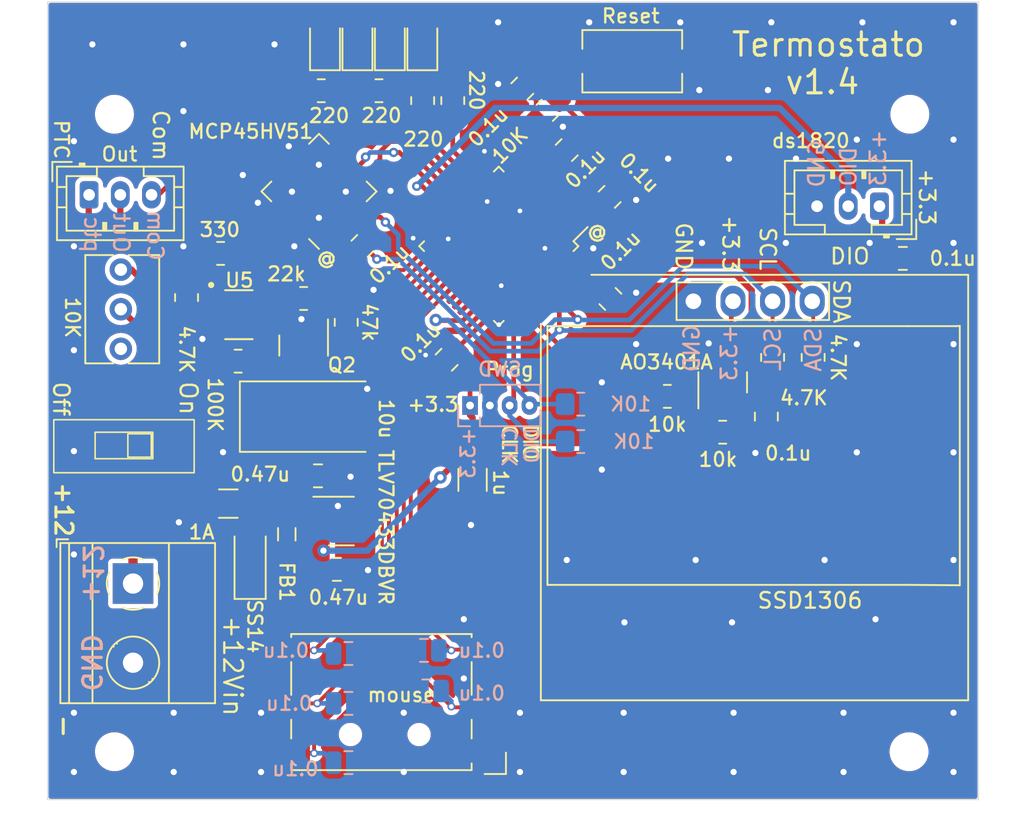
<source format=kicad_pcb>
(kicad_pcb (version 20221018) (generator pcbnew)
  (layers (0 "F.Cu" signal) (31 "B.Cu" signal) (34 "B.Paste" user) (35 "F.Paste" user) (36 "B.SilkS" user "B.Silkscreen") (37 "F.SilkS" user "F.Silkscreen") (38 "B.Mask" user) (39 "F.Mask" user) (44 "Edge.Cuts" user))
  (net 0 "")
  (net 1 "GND")
  (net 2 "Net-(J1-Pin_1)")
  (net 3 "Net-(J2-Pin_3)")
  (net 4 "ds1820")
  (net 5 "+3.3Vsh")
  (net 6 "DspShdn")
  (net 8 "+12Bat")
  (net 9 "Net-(D6-K)")
  (net 10 "Net-(D6-A)")
  (net 13 "+3.3V")
  (net 16 "Net-(D1-K)")
  (net 17 "Net-(J4-Pin_3)")
  (net 18 "Net-(D2-K)")
  (net 19 "Net-(D3-K)")
  (net 20 "Net-(D4-K)")
  (net 21 "Net-(Q2-G)")
  (net 22 "Net-(Q1-G)")
  (net 23 "Net-(U5-NO)")
  (net 24 "Net-(R3-Pad2)")
  (net 25 "Wlat")
  (net 26 "Shdn")
  (net 28 "sw2")
  (net 29 "sw3")
  (net 30 "I2c_clk")
  (net 31 "sw4")
  (net 32 "I2c_sda")
  (net 33 "sw5")
  (net 40 "Net-(J4-Pin_4)")
  (net 47 "sw6")
  (net 50 "Net-(U3-NRST)")
  (net 52 "Net-(U2-P0W)")
  (net 55 "Net-(F2-Pad2)")
  (net 56 "ptc_1")
  (net 57 "ptc_2")
  (net 58 "ptc_3")
  (net 60 "LowRange")
  (net 61 "Net-(Q2-D)")
  (net 62 "Net-(U3-PA4)")
  (net 63 "Net-(U3-PA5)")
  (net 64 "Net-(U3-PA6)")
  (net 65 "Net-(U3-PA7)")
  (footprint "Capacitor_SMD:C_0805_2012Metric_Pad1.18x1.45mm_HandSolder" (layer "F.Cu") (at 78.4016 80.2632)
    (fp_text reference "C4" hide)
    (fp_text value "0.47u")
  )
  (footprint "Capacitor_SMD:C_0805_2012Metric_Pad1.18x1.45mm_HandSolder" (layer "F.Cu") (at 79.6141 86.2632)
    (fp_text reference "C5" hide)
    (fp_text value "0.47u")
  )
  (footprint "MountingHole:MountingHole_2mm" (layer "F.Cu") (at 116.3016 97.9632)
    (fp_text reference "REF**" hide)
    (fp_text value "MountingHole_2mm")
  )
  (footprint "my:switch_dpdt" (layer "F.Cu") (at 65.9616 75.3932 -90)
    (fp_text reference "SW2")
    (fp_text value "on/off" hide)
  )
  (footprint "Resistor_SMD:R_0805_2012Metric_Pad1.20x1.40mm_HandSolder" (layer "F.Cu") (at 69.9748 68.8232 90)
    (fp_text reference "R3")
    (fp_text value "4.7K")
  )
  (footprint "Resistor_SMD:R_0805_2012Metric_Pad1.20x1.40mm_HandSolder" (layer "F.Cu") (at 107.5516 72.6632 -90)
    (fp_text reference "R5")
    (fp_text value "4.7K")
  )
  (footprint "Diode_SMD:D_SOD-123" (layer "F.Cu") (at 74.0516 85.8007 90)
    (fp_text reference "D6")
    (fp_text value "SS14")
  )
  (footprint "Resistor_SMD:R_0805_2012Metric_Pad1.20x1.40mm_HandSolder" (layer "F.Cu") (at 72.1592 65.9924)
    (fp_text reference "R7")
    (fp_text value "330")
  )
  (footprint "Package_TO_SOT_SMD:SOT-23" (layer "F.Cu") (at 77.4816 71.9032 -90)
    (fp_text reference "Q2")
    (fp_text value "AO3400A")
  )
  (footprint "Capacitor_SMD:C_0805_2012Metric" (layer "F.Cu") (at 115.9016 66.3132)
    (fp_text reference "C3")
    (fp_text value "0.1u")
  )
  (footprint "Diode_SMD:D_0805_2012Metric" (layer "F.Cu") (at 78.8516 52.5532 90)
    (fp_text reference "D4")
    (fp_text value "b")
  )
  (footprint "Resistor_SMD:R_0805_2012Metric_Pad1.20x1.40mm_HandSolder" (layer "F.Cu") (at 73.2816 72.9032)
    (fp_text reference "R8")
    (fp_text value "100K")
  )
  (footprint "SSD1306:128x64OLED" (layer "F.Cu") (at 106.0916 79.6632)
    (fp_text reference "Brd1")
    (fp_text value "SSD1306")
  )
  (footprint "Package_TO_SOT_SMD:SOT-23" (layer "F.Cu") (at 104.3516 74.2632 90)
    (fp_text reference "Q1")
    (fp_text value "AO3401A")
  )
  (footprint "Resistor_SMD:R_0805_2012Metric_Pad1.20x1.40mm_HandSolder" (layer "F.Cu") (at 85.1132 56.188 -90)
    (fp_text reference "R12")
    (fp_text value "220")
  )
  (footprint "Capacitor_SMD:C_0805_2012Metric" (layer "F.Cu") (at 97.1016 62.3632 45)
    (fp_text reference "C16" hide)
    (fp_text value "0.1u")
  )
  (footprint "Resistor_SMD:R_0805_2012Metric_Pad1.20x1.40mm_HandSolder" (layer "F.Cu") (at 87.0436 56.188 -90)
    (fp_text reference "R11")
    (fp_text value "220")
  )
  (footprint "my:tactile_5" (layer "F.Cu") (at 88.5841 97.9132 180)
    (fp_text reference "SW3")
    (fp_text value "mouse")
  )
  (footprint "MountingHole:MountingHole_2mm" (layer "F.Cu") (at 116.3516 57.0632)
    (fp_text reference "REF**" hide)
    (fp_text value "MountingHole_2mm")
  )
  (footprint "Connector_JST:JST_PH_B3B-PH-K_1x03_P2.00mm_Vertical" (layer "F.Cu") (at 63.7264 62.2332)
    (fp_text reference "J2")
    (fp_text value "PTC")
  )
  (footprint "Connector_JST:JST_PH_B3B-PH-K_1x03_P2.00mm_Vertical" (layer "F.Cu") (at 114.4016 62.9632 180)
    (fp_text reference "J3")
    (fp_text value "ds1820")
  )
  (footprint "Capacitor_SMD:C_0805_2012Metric" (layer "F.Cu") (at 107.1516 76.4632 -90)
    (fp_text reference "C6")
    (fp_text value "0.1u")
  )
  (footprint "Package_DFN_QFN:QFN-20-1EP_5x5mm_P0.65mm_EP3.35x3.35mm" (layer "F.Cu") (at 78.464773 62.01485 135)
    (fp_text reference "U2")
    (fp_text value "MCP45HV51")
  )
  (footprint "Resistor_SMD:R_0805_2012Metric_Pad1.20x1.40mm_HandSolder" (layer "F.Cu") (at 78.6108 55.5532)
    (fp_text reference "R14")
    (fp_text value "220")
  )
  (footprint "Resistor_SMD:R_0805_2012Metric_Pad1.20x1.40mm_HandSolder" (layer "F.Cu") (at 93.1016 56.8132 -135)
    (fp_text reference "R41" hide)
    (fp_text value "10K")
  )
  (footprint "Package_QFP:LQFP-48_7x7mm_P0.5mm" (layer "F.Cu") (at 89.993936 65.5282 -135)
    (fp_text reference "U3" hide)
    (fp_text value "STM32F103C6Tx")
  )
  (footprint "Potentiometer_THT:Potentiometer_Bourns_3266Y_Vertical" (layer "F.Cu") (at 65.7616 67.0332 90)
    (fp_text reference "R6")
    (fp_text value "10K")
  )
  (footprint "Capacitor_SMD:C_0805_2012Metric" (layer "F.Cu") (at 81.2516 65.5132 -135)
    (fp_text reference "C19" hide)
    (fp_text value "0.1u")
  )
  (footprint "my:SOT-23-5" (layer "F.Cu") (at 79.9016 83.1632)
    (fp_text reference "U1")
    (fp_text value "TLV70433DBVR")
  )
  (footprint "Resistor_SMD:R_0805_2012Metric" (layer "F.Cu") (at 100.8016 75.1632 180)
    (fp_text reference "R2")
    (fp_text value "10k")
  )
  (footprint "Resistor_SMD:R_0805_2012Metric_Pad1.20x1.40mm_HandSolder" (layer "F.Cu") (at 82.3116 55.5532)
    (fp_text reference "R13")
    (fp_text value "220")
  )
  (footprint "Capacitor_SMD:C_0805_2012Metric" (layer "F.Cu") (at 97.1516 68.9132 -45)
    (fp_text reference "C11" hide)
    (fp_text value "0.1u")
  )
  (footprint "TerminalBlock_Phoenix:TerminalBlock_Phoenix_MKDS-1,5-2-5.08_1x02_P5.08mm_Horizontal" (layer "F.Cu") (at 66.5416 87.1732 -90)
    (fp_text reference "J1")
    (fp_text value "+12Vin")
  )
  (footprint "Diode_SMD:D_0805_2012Metric" (layer "F.Cu") (at 85.0916 52.5532 90)
    (fp_text reference "D1")
    (fp_text value "r")
  )
  (footprint "Resistor_SMD:R_0805_2012Metric" (layer "F.Cu") (at 77.4816 68.8832)
    (fp_text reference "R9")
    (fp_text value "22k")
  )
  (footprint "Button_Switch_SMD:SW_Tactile_SPST_NO_Straight_CK_PTS636Sx25SMTRLFS" (layer "F.Cu") (at 98.5516 53.6632 180)
    (fp_text reference "SW1" hide)
    (fp_text value "Reset")
  )
  (footprint "Diode_SMD:D_0805_2012Metric" (layer "F.Cu") (at 83.0116 52.5532 90)
    (fp_text reference "D2")
    (fp_text value "y")
  )
  (footprint "Capacitor_SMD:C_0805_2012Metric" (layer "F.Cu") (at 91.5016 55.4132 45)
    (fp_text reference "C20" hide)
    (fp_text value "0.1u")
  )
  (footprint "Inductor_SMD:L_0805_2012Metric" (layer "F.Cu") (at 76.4016 84.0132 -90)
    (fp_text reference "FB1")
    (fp_text value "fin" hide)
  )
  (footprint "Fuse:Fuse_1206_3216Metric" (layer "F.Cu") (at 72.6516 82.0452 180)
    (fp_text reference "F2")
    (fp_text value "1A")
  )
  (footprint "Capacitor_SMD:C_0805_2012Metric" (layer "F.Cu") (at 86.6516 72.8132 -135)
    (fp_text reference "C17" hide)
    (fp_text value "0.1u")
  )
  (footprint "Resistor_SMD:R_0805_2012Metric" (layer "F.Cu") (at 80.2116 70.4132 -90)
    (fp_text reference "R10")
    (fp_text value "47k")
  )
  (footprint "Diode_SMD:D_0805_2012Metric" (layer "F.Cu") (at 80.9316 52.5532 90)
    (fp_text reference "D3")
    (fp_text value "g")
  )
  (footprint "MountingHole:MountingHole_2mm" (layer "F.Cu") (at 65.3516 57.0632)
    (fp_text reference "REF**" hide)
    (fp_text value "MountingHole_2mm")
  )
  (footprint "Capacitor_Tantalum_SMD:CP_EIA-7343-15_Kemet-W" (layer "F.Cu") (at 77.8016 76.4632)
    (fp_text reference "C1" hide)
    (fp_text value "10u")
  )
  (footprint "Capacitor_SMD:C_0805_2012Metric" (layer "F.Cu") (at 94.3516 59.3632 45)
    (fp_text reference "C15" hide)
    (fp_text value "0.1u")
  )
  (footprint "Resistor_SMD:R_0805_2012Metric_Pad1.20x1.40mm_HandSolder" (layer "F.Cu") (at 110.1516 72.6632 -90)
    (fp_text reference "R4")
    (fp_text value "4.7K")
  )
  (footprint "Resistor_SMD:R_0805_2012Metric" (layer "F.Cu") (at 104.3516 77.4632)
    (fp_text reference "R1")
    (fp_text value "10k")
  )
  (footprint "my:SOT95P280X145-5N" (layer "F.Cu") (at 73.3276 69.9232)
    (fp_text reference "U5")
    (fp_text value "MAX4514EUK_T")
  )
  (footprint "Capacitor_SMD:C_1206_3216Metric_Pad1.33x1.80mm_HandSolder" (layer "F.Cu") (at 88.3136 80.5212 -90)
    (fp_text reference "C2" hide)
    (fp_text value "1u")
  )
  (footprint "MountingHole:MountingHole_2mm" (layer "F.Cu") (at 65.3516 97.9632)
    (fp_text reference "REF**" hide)
    (fp_text value "MountingHole_2mm")
  )
  (footprint "Resistor_SMD:R_0805_2012Metric_Pad1.20x1.40mm_HandSolder" (layer "B.Cu") (at 95.2516 75.6632 180)
    (fp_text reference "R39" hide)
    (fp_text value "10K")
  )
  (footprint "Connector_PinSocket_1.27mm:PinSocket_1x04_P1.27mm_Vertical" (layer "B.Cu") (at 88.1516 75.749951 -90)
    (fp_text reference "J4" hide)
    (fp_text value "Jtag")
  )
  (footprint "Capacitor_SMD:C_0805_2012Metric" (layer "B.Cu") (at 85.2016 91.4632 180)
    (fp_text reference "C12")
    (fp_text value "0.1u")
  )
  (footprint "Capacitor_SMD:C_0805_2012Metric" (layer "B.Cu") (at 85.3516 94.0632 180)
    (fp_text reference "C10")
    (fp_text value "0.1u")
  )
  (footprint "Capacitor_SMD:C_0805_2012Metric" (layer "B.Cu") (at 80.3516 98.6632)
    (fp_text reference "C9")
    (fp_text value "0.1u")
  )
  (footprint "Resistor_SMD:R_0805_2012Metric_Pad1.20x1.40mm_HandSolder" (layer "B.Cu") (at 95.2516 78.0632 180)
    (fp_text reference "R40" hide)
    (fp_text value "10K")
  )
  (footprint "Capacitor_SMD:C_0805_2012Metric" (layer "B.Cu") (at 80.3516 94.8632)
    (fp_text reference "C8")
    (fp_text value "0.1u")
  )
  (footprint "Capacitor_SMD:C_0805_2012Metric" (layer "B.Cu") (at 80.3516 91.6632)
    (fp_text reference "C7")
    (fp_text value "0.1u")
  )
  (gr_line (start 120.7516 101.0412) (end 61.0616 101.0412) (stroke (width 0.05)) (layer "Edge.Cuts"))
  (gr_line (start 61.0616 49.8602) (end 120.7516 49.8602) (stroke (width 0.05)) (layer "Edge.Cuts"))
  (gr_line (start 120.7516 49.8602) (end 120.7516 101.0412) (stroke (width 0.05)) (layer "Edge.Cuts"))
  (gr_line (start 61.0616 101.0412) (end 61.0616 49.8602) (stroke (width 0.05)) (layer "Edge.Cuts"))
  (gr_text "GND" (at 110.9516 58.6132 90) (layer "B.SilkS") (effects (font (size 1 1)) (justify left bottom mirror)))
  (gr_text "DIO" (at 113.0016 59.0632 90) (layer "B.SilkS") (effects (font (size 1 1)) (justify left bottom mirror)))
  (gr_text "SCL" (at 108.1516 70.6632 90) (layer "B.SilkS") (effects (font (size 1 1)) (justify left bottom mirror)))
  (gr_text "DIO" (at 92.6566 77.079951 90) (layer "B.SilkS") (effects (font (size 0.9 0.9) (thickness 0.15) bold) (justify left bottom mirror)))
  (gr_text "+12" (at 63.2516 88.5632 -90) (layer "B.SilkS") (effects (font (size 1.2 1.2) (thickness 0.2) bold) (justify left bottom mirror)))
  (gr_text "GND" (at 63.1516 94.2132 270) (layer "B.SilkS") (effects (font (size 1.2 1.2) (thickness 0.2) bold) (justify left bottom mirror)))
  (gr_text "Com" (at 67.384 66.5512 -90) (layer "B.SilkS") (effects (font (size 1 1)) (justify left bottom mirror)))
  (gr_text "SDA" (at 110.7516 70.6632 90) (layer "B.SilkS") (effects (font (size 1 1)) (justify left bottom mirror)))
  (gr_text "SWD" (at 91.5516 73.949951) (layer "B.SilkS") (effects (font (size 0.9 0.9) (thickness 0.15) bold) (justify left bottom mirror)))
  (gr_text "ptc" (at 63.9296 64.7732 -90) (layer "B.SilkS") (effects (font (size 1 1)) (justify mirror)))
  (gr_text "+3.3" (at 114.9016 57.9632 90) (layer "B.SilkS") (effects (font (size 1 1)) (justify left bottom mirror)))
  (gr_text "Out" (at 65.1996 66.0432 -90) (layer "B.SilkS") (effects (font (size 1 1)) (justify left bottom mirror)))
  (gr_text "+3.3" (at 105.3516 70.4632 90) (layer "B.SilkS") (effects (font (size 1 1)) (justify left bottom mirror)))
  (gr_text "CLK" (at 91.2516 77.0632 90) (layer "B.SilkS") (effects (font (size 0.9 0.9) (thickness 0.15) bold) (justify left bottom mirror)))
  (gr_text "GND" (at 102.9516 70.4632 90) (layer "B.SilkS") (effects (font (size 1 1)) (justify left bottom mirror)))
  (gr_text "+3.3" (at 88.5516 77.079951 90) (layer "B.SilkS") (effects (font (size 0.9 0.9) (thickness 0.15) bold) (justify left bottom mirror)))
  (gr_text "-" (at 61.4516 95.4632 270) (layer "F.SilkS") (effects (font (size 1.2 1.2) (thickness 0.2) bold) (justify left bottom)))
  (gr_text "@" (at 95.5516 65.1632) (layer "F.SilkS") (effects (font (size 1 1)) (justify left bottom)))
  (gr_text "+3.3" (at 104.2648 63.4524 -90) (layer "F.SilkS") (effects (font (size 1 1)) (justify left bottom)))
  (gr_text "Out" (at 64.4376 60.1504) (layer "F.SilkS") (effects (font (size 0.9 0.9)) (justify left bottom)))
  (gr_text "SCL" (at 106.6524 64.2144 -90) (layer "F.SilkS") (effects (font (size 1 1)) (justify left bottom)))
  (gr_text "Termostato\n   v1.4" (at 104.8236 55.8832) (layer "F.SilkS") (effects (font (size 1.5 1.5) (thickness 0.2)) (justify left bottom)))
  (gr_text "DIO" (at 91.5016 76.8632 -90) (layer "F.SilkS") (effects (font (size 0.9 0.9) (thickness 0.15) bold) (justify left bottom)))
  (gr_text "GND" (at 101.2676 63.9096 -90) (layer "F.SilkS") (effects (font (size 1 1)) (justify left bottom)))
  (gr_text "+3.3" (at 84.0516 76.2132) (layer "F.SilkS") (effects (font (size 0.9 0.9) (thickness 0.15) bold) (justify left bottom)))
  (gr_text "Com" (at 67.7396 56.696 270) (layer "F.SilkS") (effects (font (size 1 1)) (justify left bottom)))
  (gr_text "Off" (at 61.3516 74.1382 270) (layer "F.SilkS") (effects (font (size 1 1)) (justify left bottom)))
  (gr_text "CLK" (at 90.1516 76.8632 -90) (layer "F.SilkS") (effects (font (size 0.9 0.9) (thickness 0.15) bold) (justify left bottom)))
  (gr_text "@" (at 78.2016 66.8632) (layer "F.SilkS") (effects (font (size 1 1)) (justify left bottom)))
  (gr_text "DIO" (at 111.1516 66.7632) (layer "F.SilkS") (effects (font (size 1 1)) (justify left bottom)))
  (gr_text "+12" (at 61.4516 80.5632 270) (layer "F.SilkS") (effects (font (size 1.1 1.1) (thickness 0.2) bold) (justify left bottom)))
  (gr_text "On" (at 69.4516 74.1132 270) (layer "F.SilkS") (effects (font (size 1.1 1.1)) (justify left bottom)))
  (gr_text "Prog" (at 89.0516 73.9632) (layer "F.SilkS") (effects (font (size 0.9 0.9) (thickness 0.15) bold) (justify left bottom)))
  (gr_text "SDA" (at 111.3768 67.5672 -90) (layer "F.SilkS") (effects (font (size 1 1)) (justify left bottom)))
  (gr_text "+3.3" (at 116.8632 60.4552 -90) (layer "F.SilkS") (effects (font (size 1 1)) (justify left bottom)))
  (segment (start 93.467598 67.941202) (end 93.467598 67.929198) (width 0.25) (layer "F.Cu") (net 1))
  (segment (start 92.406938 62.054538) (end 93.147792 61.313684) (width 0.3) (layer "F.Cu") (net 1))
  (segment (start 72.0826 70.8732) (end 72.451992 70.8732) (width 0.25) (layer "F.Cu") (net 1))
  (segment (start 72.451992 70.8732) (end 73.3276 69.997592) (width 0.25) (layer "F.Cu") (net 1))
  (segment (start 91.3516 63.109876) (end 92.406938 62.054538) (width 0.3) (layer "F.Cu") (net 1))
  (segment (start 90.0016 61.9132) (end 90.0016 60.6132) (width 0.25) (layer "F.Cu") (net 1))
  (segment (start 86.7516 65.0632) (end 86.346956 65.0632) (width 0.3) (layer "F.Cu") (net 1))
  (segment (start 93.467598 67.929198) (end 92.5016 66.9632) (width 0.25) (layer "F.Cu") (net 1))
  (segment (start 95.097666 68.359266) (end 96.323351 69.584951) (width 0.25) (layer "F.Cu") (net 1))
  (segment (start 94.101116 61.313684) (end 95.023351 60.391449) (width 0.3) (layer "F.Cu") (net 1))
  (segment (start 87.690916 71.0132) (end 88.641594 70.062522) (width 0.3) (layer "F.Cu") (net 1))
  (segment (start 93.147792 61.313684) (end 94.101116 61.313684) (width 0.3) (layer "F.Cu") (net 1))
  (segment (start 80.613123 64.1632) (end 81.245102 64.1632) (width 0.3) (layer "F.Cu") (net 1))
  (segment (start 80.197185 63.747262) (end 80.613123 64.1632) (width 0.3) (layer "F.Cu") (net 1))
  (segment (start 89.2516 62.6632) (end 90.0016 61.9132) (width 0.25) (layer "F.Cu") (net 1))
  (segment (start 94.528258 66.880542) (end 95.097666 67.44995) (width 0.25) (layer "F.Cu") (net 1))
  (segment (start 96.323351 69.584951) (end 97.823351 69.584951) (width 0.25) (layer "F.Cu") (net 1))
  (segment (start 90.1516 68.0632) (end 90.069763 68.145037) (width 0.25) (layer "F.Cu") (net 1))
  (segment (start 86.8016 71.0132) (end 87.690916 71.0132) (width 0.3) (layer "F.Cu") (net 1))
  (segment (start 91.3516 63.2632) (end 91.3516 63.109876) (width 0.3) (layer "F.Cu") (net 1))
  (segment (start 85.3016 72.5132) (end 86.8016 71.0132) (width 0.3) (layer "F.Cu") (net 1))
  (segment (start 95.023351 60.391449) (end 95.023351 58.691449) (width 0.3) (layer "F.Cu") (net 1))
  (segment (start 90.0016 60.6132) (end 89.3016 59.9132) (width 0.25) (layer "F.Cu") (net 1))
  (segment (start 86.346956 65.0632) (end 85.459614 64.175858) (width 0.3) (layer "F.Cu") (net 1))
  (segment (start 93.310916 65.6632) (end 94.528258 66.880542) (width 0.3) (layer "F.Cu") (net 1))
  (segment (start 95.097666 67.44995) (end 95.097666 68.359266) (width 0.25) (layer "F.Cu") (net 1))
  (segment (start 81.245102 64.1632) (end 81.923351 64.841449) (width 0.3) (layer "F.Cu") (net 1))
  (segment (start 73.3276 69.997592) (end 73.3276 68.0752) (width 0.25) (layer "F.Cu") (net 1))
  (segment (start 90.069763 70.495037) (end 90.0016 70.5632) (width 0.25) (layer "F.Cu") (net 1))
  (segment (start 90.069763 68.145037) (end 90.069763 70.495037) (width 0.25) (layer "F.Cu") (net 1))
  (segment (start 92.9516 65.6632) (end 93.310916 65.6632) (width 0.3) (layer "F.Cu") (net 1))
  (via (at 87.7516 89.4632) (size 0.8) (drill 0.4) (layers "F.Cu" "B.Cu") (net 1))
  (via (at 112.9516 78.756055) (size 0.8) (drill 0.4) (layers "F.Cu" "B.Cu") (net 1))
  (via (at 89.9516 55.1212) (size 0.8) (drill 0.4) (layers "F.Cu" "B.Cu") (net 1))
  (via (at 95.7916 51.1632) (size 0.8) (drill 0.4) (layers "F.Cu" "B.Cu") (net 1))
  (via (at 79.6776 82.1976) (size 0.8) (drill 0.4) (layers "F.Cu" "B.Cu") (net 1))
  (via (at 108.4016 65.320342) (size 0.8) (drill 0.4) (layers "F.Cu" "B.Cu") (net 1))
  (via (at 87.7516 93.2632) (size 0.8) (drill 0.4) (layers "F.Cu" "B.Cu") (net 1))
  (via (at 106.4492 78.794) (size 0.8) (drill 0.4) (layers "F.Cu" "B.Cu") (net 1))
  (via (at 96.6016 74.2632) (size 0.8) (drill 0.4) (layers "F.Cu" "B.Cu") (net 1))
  (via (at 112.1016 95.4632) (size 0.8) (drill 0.4) (layers "F.Cu" "B.Cu") (net 1))
  (via (at 62.7516 95.4632) (size 0.8) (drill 0.4) (layers "F.Cu" "B.Cu") (net 1))
  (via (at 74.5468 62.7412) (size 0.8) (drill 0.4) (layers "F.Cu" "B.Cu") (net 1))
  (via (at 69.7716 65.5352) (size 0.8) (drill 0.4) (layers "F.Cu" "B.Cu") (net 1))
  (via (at 110.884932 85.6632) (size 0.8) (drill 0.4) (layers "F.Cu" "B.Cu") (net 1))
  (via (at 90.1516 68.0632) (size 0.6) (drill 0.3) (layers "F.Cu" "B.Cu") (net 1))
  (via (at 69.1516 99.2632) (size 0.8) (drill 0.4) (layers "F.Cu" "B.Cu") (net 1))
  (via (at 69.7716 56.8632) (size 0.8) (drill 0.4) (layers "F.Cu" "B.Cu") (net 1))
  (via (at 113.7766 65.320342) (size 0.8) (drill 0.4) (layers "F.Cu" "B.Cu") (net 1))
  (via (at 103.4516 71.7632) (size 0.8) (drill 0.4) (layers "F.Cu" "B.Cu") (net 1))
  (via (at 91.3516 95.4632) (size 0.8) (drill 0.4) (layers "F.Cu" "B.Cu") (net 1))
  (via (at 81.9636 68.3292) (size 0.8) (drill 0.4) (layers "F.Cu" "B.Cu") (net 1))
  (via (at 84.5036 65.0132) (size 0.6) (drill 0.3) (layers "F.Cu" "B.Cu") (net 1))
  (via (at 98.8016 71.8132) (size 0.8) (drill 0.4) (layers "F.Cu" "B.Cu") (net 1))
  (via (at 119.1516 99.2632) (size 0.8) (drill 0.4) (layers "F.Cu" "B.Cu") (net 1))
  (via (at 112.9516 71.8132) (size 0.8) (drill 0.4) (layers "F.Cu" "B.Cu") (net 1))
  (via (at 81.5572 74.6792) (size 0.8) (drill 0.4) (layers "F.Cu" "B.Cu") (net 1))
  (via (at 119.1516 58.691771) (size 0.8) (drill 0.4) (layers "F.Cu" "B.Cu") (net 1))
  (via (at 69.1516 95.4632) (size 0.8) (drill 0.4) (layers "F.Cu" "B.Cu") (net 1))
  (via (at 70.9908 71.4788) (size 0.8) (drill 0.4) (layers "F.Cu" "B.Cu") (net 1))
  (via (at 85.3016 72.5132) (size 0.6) (drill 0.3) (layers "F.Cu" "B.Cu") (net 1))
  (via (at 78.4584 63.7064) (size 0.8) (drill 0.4) (layers "F.Cu" "B.Cu") (net 1))
  (via (at 81.608 86.3124) (size 0.8) (drill 0.4) (layers "F.Cu" "B.Cu") (net 1))
  (via (at 80.1856 62.03) (size 0.8) (drill 0.4) (layers "F.Cu" "B.Cu") (net 1))
  (via (at 102.8516 55.5132) (size 0.8) (drill 0.4) (layers "F.Cu" "B.Cu") (net 1))
  (via (at 92.9516 65.6632) (size 0.6) (drill 0.3) (layers "F.Cu" "B.Cu") (net 1))
  (via (at 98.0016 99.2632) (size 0.8) (drill 0.4) (layers "F.Cu" "B.Cu") (net 1))
  (via (at 112.9516 58.691771) (size 0.8) (drill 0.4) (layers "F.Cu" "B.Cu") (net 1))
  (via (at 98.0016 95.4632) (size 0.8) (drill 0.4) (layers "F.Cu" "B.Cu") (net 1))
  (via (at 76.8836 65.5352) (size 0.8) (drill 0.4) (layers "F.Cu" "B.Cu") (net 1))
  (via (at 114.1516 89.4632) (size 0.8) (drill 0.4) (layers "F.Cu" "B.Cu") (net 1))
  (via (at 80.4904 80.318) (size 0.8) (drill 0.4) (layers "F.Cu" "B.Cu") (net 1))
  (via (at 113.3116 51.1632) (size 0.8) (drill 0.4) (layers "F.Cu" "B.Cu") (net 1))
  (via (at 104.9516 89.6632) (size 0.8) (drill 0.4) (layers "F.Cu" "B.Cu") (net 1))
  (via (at 101.6316 51.1632) (size 0.8) (drill 0.4) (layers "F.Cu" "B.Cu") (net 1))
  (via (at 69.4816 83.2432) (size 0.8) (drill 0.4) (layers "F.Cu" "B.Cu") (net 1))
  (via (at 105.0516 99.2632) (size 0.8) (drill 0.4) (layers "F.Cu" "B.Cu") (net 1))
  (via (at 104.7516 59.9132) (size 0.8) (drill 0.4) (layers "F.Cu" "B.Cu") (net 1))
  (via (at 119.1516 71.8132) (size 0.8) (drill 0.4) (layers "F.Cu" "B.Cu") (net 1))
  (via (at 119.1516 78.756055) (size 0.8) (drill 0.4) (layers "F.Cu" "B.Cu") (net 1))
  (via (at 96.6016 79.8632) (size 0.8) (drill 0.4) (layers "F.Cu" "B.Cu") (net 1))
  (via (at 88.212 83.4168) (size 0.8) (drill 0.4) (layers "F.Cu" "B.Cu") (net 1))
  (via (at 103.0266 65.320342) (size 0.8) (drill 0.4) (layers "F.Cu" "B.Cu") (net 1))
  (via (at 72.3116 78.7432) (size 0.8) (drill 0.4) (layers "F.Cu" "B.Cu") (net 1))
  (via (at 91.3516 99.2632) (size 0.8) (drill 0.4) (layers "F.Cu" "B.Cu") (net 1))
  (via (at 89.9516 51.1632) (size 0.8) (drill 0.4) (layers "F.Cu" "B.Cu") (net 1))
  (via (at 119.1516 95.4632) (size 0.8) (drill 0.4) (layers "F.Cu" "B.Cu") (net 1))
  (via (at 77.3408 70.2088) (size 0.8) (drill 0.4) (layers "F.Cu" "B.Cu") (net 1))
  (via (at 76.528 59.1132) (size 0.8) (drill 0.4) (layers "F.Cu" "B.Cu") (net 1))
  (via (at 83.0516 61.9792) (size 0.8) (drill 0.4) (layers "F.Cu" "B.Cu") (net 1))
  (via (at 62.7516 78.677484) (size 0.8) (drill 0.4) (layers "F.Cu" "B.Cu") (net 1))
  (via (at 98.8016 68.5132) (size 0.8) (drill 0.4) (layers "F.Cu" "B.Cu") (net 1))
  (via (at 62.7516 85.306055) (size 0.8) (drill 0.4) (layers "F.Cu" "B.Cu") (net 1))
  (via (at 98.0516 89.6632) (size 0.8) (drill 0.4) (layers "F.Cu" "B.Cu") (net 1))
  (via (at 107.2516 55.5132) (size 0.8) (drill 0.4) (layers "F.Cu" "B.Cu") (net 1))
  (via (at 105.0516 95.4632) (size 0.8) (drill 0.4) (layers "F.Cu" "B.Cu") (net 1))
  (via (at 83.9016 99.2632) (size 0.8) (drill 0.4) (layers "F.Cu" "B.Cu") (net 1))
  (via (at 89.2516 62.6632) (size 0.6) (drill 0.3) (layers "F.Cu" "B.Cu") (net 1))
  (via (at 112.1016 99.2632) (size 0.8) (drill 0.4) (layers "F.Cu" "B.Cu") (net 1))
  (via (at 119.1516 85.6632) (size 0.8) (drill 0.4) (layers "F.Cu" "B.Cu") (net 1))
  (via (at 102.618266 85.6632) (size 0.8) (drill 0.4) (layers "F.Cu" "B.Cu") (net 1))
  (via (at 62.7516 65.5352) (size 0.8) (drill 0.4) (layers "F.Cu" "B.Cu") (net 1))
  (via (at 63.9336 52.5812) (size 0.8) (drill 0.4) (layers "F.Cu" "B.Cu") (net 1))
  (via (at 76.7312 62.03) (size 0.8) (drill 0.4) (layers "F.Cu" "B.Cu") (net 1))
  (via (at 62.7516 58.791771) (size 0.8) (drill 0.4) (layers "F.Cu" "B.Cu") (net 1))
  (via (at 119.1516 65.320342) (size 0.8) (drill 0.4) (layers "F.Cu" "B.Cu") (net 1))
  (via (at 94.1048 57.8644) (size 0.8) (drill 0.4) (layers "F.Cu" "B.Cu") (net 1))
  (via (at 94.3516 85.6632) (size 0.8) (drill 0.4) (layers "F.Cu" "B.Cu") (net 1))
  (via (at 96.0516 65.6632) (size 0.8) (drill 0.4) (layers "F.Cu" "B.Cu") (net 1))
  (via (at 109.0516 59.9132) (size 0.8) (drill 0.4) (layers "F.Cu" "B.Cu") (net 1))
  (via (at 107.4716 51.1632) (size 0.8) (drill 0.4) (layers "F.Cu" "B.Cu") (net 1))
  (via (at 74.7516 95.4632) (size 0.8) (drill 0.4) (layers "F.Cu" "B.Cu") (net 1))
  (via (at 89.0756 59.4392) (size 0.6) (drill 0.3) (layers "F.Cu" "B.Cu") (net 1))
  (via (at 98.8016 62.5632) (size 0.8) (drill 0.4) (layers "F.Cu" "B.Cu") (net 1))
  (via (at 100.8516 59.9132) (size 0.8) (drill 0.4) (layers "F.Cu" "B.Cu") (net 1))
  (via (at 78.4584 60.3028) (size 0.8) (drill 0.4) (layers "F.Cu" "B.Cu") (net 1))
  (via (at 62.7516 99.2632) (size 0.8) (drill 0.4) (layers "F.Cu" "B.Cu") (net 1))
  (via (at 73.5816 60.9632) (size 0.8) (drill 0.4) (layers "F.Cu" "B.Cu") (net 1))
  (via (at 75.6136 52.5812) (size 0.8) (drill 0.4) (layers "F.Cu" "B.Cu") (net 1))
  (via (at 83.9016 95.4632) (size 0.8) (drill 0.4) (layers "F.Cu" "B.Cu") (net 1))
  (via (at 74.7516 99.2632) (size 0.8) (drill 0.4) (layers "F.Cu" "B.Cu") (net 1))
  (via (at 90.0016 70.5632) (size 0.6) (drill 0.3) (layers "F.Cu" "B.Cu") (net 1))
  (via (at 86.7516 65.0632) (size 0.6) (drill 0.3) (layers "F.Cu" "B.Cu") (net 1))
  (via (at 91.3516 63.2632) (size 0.6) (drill 0.3) (layers "F.Cu" "B.Cu") (net 1))
  (via (at 62.7516 72.2032) (size 0.8) (drill 0.4) (layers "F.Cu" "B.Cu") (net 1))
  (via (at 69.7736 52.5812) (size 0.8) (drill 0.4) (layers "F.Cu" "B.Cu") (net 1))
  (via (at 119.1516 51.1632) (size 0.8) (drill 0.4) (layers "F.Cu" "B.Cu") (net 1))
  (segment (start 66.5416 87.1732) (end 66.5416 84.6532) (width 0.6) (layer "F.Cu") (net 2))
  (segment (start 65.9516 84.0632) (end 65.9516 81.2882) (width 0.6) (layer "F.Cu") (net 2))
  (segment (start 66.5416 84.6532) (end 65.9516 84.0632) (width 0.6) (layer "F.Cu") (net 2))
  (segment (start 76.732361 60.282438) (end 76.442288 59.992365) (width 0.3) (layer "F.Cu") (net 3))
  (segment (start 68.1816 62.2332) (end 67.7264 62.2332) (width 0.3) (layer "F.Cu") (net 3))
  (segment (start 76.442288 59.992365) (end 70.422435 59.992365) (width 0.3) (layer "F.Cu") (net 3))
  (segment (start 70.422435 59.992365) (end 68.1816 62.2332) (width 0.3) (layer "F.Cu") (net 3))
  (segment (start 84.733514 61.681286) (end 85.086362 61.681286) (width 0.3) (layer "F.Cu") (net 4))
  (segment (start 85.086362 61.681286) (end 86.520274 63.115198) (width 0.3) (layer "F.Cu") (net 4))
  (via (at 84.733514 61.681286) (size 0.6) (drill 0.3) (layers "F.Cu" "B.Cu") (net 4))
  (segment (start 112.4016 62.9632) (end 112.4016 61.0632) (width 0.4) (layer "B.Cu") (net 4))
  (segment (start 112.4016 61.0632) (end 108.0016 56.6632) (width 0.4) (layer "B.Cu") (net 4))
  (segment (start 108.0016 56.6632) (end 89.7516 56.6632) (width 0.4) (layer "B.Cu") (net 4))
  (segment (start 89.7516 56.6632) (end 84.733514 61.681286) (width 0.4) (layer "B.Cu") (net 4))
  (segment (start 104.9016 72.7757) (end 104.9016 69.0932) (width 0.3) (layer "F.Cu") (net 5))
  (segment (start 104.9016 69.0932) (end 104.8716 69.0632) (width 0.3) (layer "F.Cu") (net 5))
  (segment (start 104.3516 73.3257) (end 104.9016 72.7757) (width 0.3) (layer "F.Cu") (net 5))
  (segment (start 94.741562 72.7507) (end 91.699831 69.708969) (width 0.3) (layer "F.Cu") (net 6))
  (segment (start 96.5891 72.7507) (end 94.741562 72.7507) (width 0.3) (layer "F.Cu") (net 6))
  (segment (start 99.8891 75.1632) (end 99.0016 75.1632) (width 0.3) (layer "F.Cu") (net 6))
  (segment (start 99.0016 75.1632) (end 96.5891 72.7507) (width 0.3) (layer "F.Cu") (net 6))
  (segment (start 74.6891 76.4632) (end 74.6891 76.88695) (width 0.6) (layer "F.Cu") (net 8))
  (segment (start 74.5726 68.9732) (end 74.5726 69.4972) (width 0.3) (layer "F.Cu") (net 8))
  (segment (start 73.5816 70.4882) (end 73.5816 71.8852) (width 0.3) (layer "F.Cu") (net 8))
  (segment (start 76.4016 81.2257) (end 77.3641 80.2632) (width 0.75) (layer "F.Cu") (net 8))
  (segment (start 75.813123 62.828023) (end 74.8516 63.789546) (width 0.25) (layer "F.Cu") (net 8))
  (segment (start 76.4016 82.9507) (end 76.4016 81.2257) (width 0.75) (layer "F.Cu") (net 8))
  (segment (start 74.5726 69.4972) (end 73.5816 70.4882) (width 0.3) (layer "F.Cu") (net 8))
  (segment (start 77.3641 79.56195) (end 77.3641 80.2632) (width 0.6) (layer "F.Cu") (net 8))
  (segment (start 72.5636 72.9032) (end 72.2816 72.9032) (width 0.3) (layer "F.Cu") (net 8))
  (segment (start 74.6891 76.88695) (end 77.3641 79.56195) (width 0.6) (layer "F.Cu") (net 8))
  (segment (start 74.773049 76.379251) (end 74.6891 76.4632) (width 0.3) (layer "F.Cu") (net 8))
  (segment (start 74.8516 63.789546) (end 74.8516 68.6942) (width 0.25) (layer "F.Cu") (net 8))
  (segment (start 73.5816 71.8852) (end 72.5636 72.9032) (width 0.3) (layer "F.Cu") (net 8))
  (segment (start 72.2816 72.9032) (end 72.2816 74.0557) (width 0.4) (layer "F.Cu") (net 8))
  (segment (start 72.2816 74.0557) (end 74.6891 76.4632) (width 0.4) (layer "F.Cu") (net 8))
  (segment (start 74.8516 68.6942) (end 74.5726 68.9732) (width 0.25) (layer "F.Cu") (net 8))
  (segment (start 76.4016 85.1007) (end 74.0516 87.4507) (width 0.6) (layer "F.Cu") (net 9))
  (segment (start 76.4016 85.0757) (end 76.4016 85.1007) (width 0.6) (layer "F.Cu") (net 9))
  (segment (start 74.0516 82.0452) (end 74.0516 84.1507) (width 0.6) (layer "F.Cu") (net 10))
  (segment (start 85.815724 65.239076) (end 85.10606 64.529412) (width 0.3) (layer "F.Cu") (net 13))
  (segment (start 88.1516 75.749951) (end 88.1516 76.3632) (width 0.4) (layer "F.Cu") (net 13))
  (segment (start 78.5766 85.2382) (end 78.7516 85.0632) (width 0.4) (layer "F.Cu") (net 13))
  (segment (start 97.358098 67.3632) (end 96.479849 68.241449) (width 0.4) (layer "F.Cu") (net 13))
  (segment (start 88.1516 75.749951) (end 88.1516 72.969698) (width 0.3) (layer "F.Cu") (net 13))
  (segment (start 78.7516 84.2632) (end 78.6016 84.1132) (width 0.4) (layer "F.Cu") (net 13))
  (segment (start 88.995148 70.416076) (end 89.589555 69.821669) (width 0.3) (layer "F.Cu") (net 13))
  (segment (start 89.589555 69.821669) (end 89.589555 69.012907) (width 0.3) (layer "F.Cu") (net 13))
  (segment (start 92.7516 57.877414) (end 92.7516 59.106702) (width 0.3) (layer "F.Cu") (net 13))
  (segment (start 88.3136 76.5252) (end 88.3136 78.9587) (width 0.4) (layer "F.Cu") (net 13))
  (segment (start 105.2641 77.7507) (end 104.1516 78.8632) (width 0.4) (layer "F.Cu") (net 13))
  (segment (start 94.0516 65.696778) (end 92.918022 64.5632) (width 0.3) (layer "F.Cu") (net 13))
  (segment (start 96.758098 63.2132) (end 96.579849 63.034951) (width 0.4) (layer "F.Cu") (net 13))
  (segment (start 105.208656 67.3632) (end 97.358098 67.3632) (width 0.4) (layer "F.Cu") (net 13))
  (segment (start 78.7516 85.0632) (end 78.7516 84.2632) (width 0.4) (layer "F.Cu") (net 13))
  (segment (start 106.2016 73.044571) (end 106.2016 71.3632) (width 0.4) (layer "F.Cu") (net 13))
  (segment (start 94.881812 66.526988) (end 96.479849 68.125025) (width 0.3) (layer "F.Cu") (net 13))
  (segment (start 87.00693 66.26853) (end 86.845178 66.26853) (width 0.3) (layer "F.Cu") (net 13))
  (segment (start 78.5766 86.2632) (end 78.5766 85.2382) (width 0.4) (layer "F.Cu") (net 13))
  (segment (start 91.051599 64.5632) (end 89.881929 63.39353) (width 0.3) (layer "F.Cu") (net 13))
  (segment (start 105.3391 75.1632) (end 105.3016 75.2007) (width 0.3) (layer "F.Cu") (net 13))
  (segment (start 88.1516 76.3632) (end 88.3136 76.5252) (width 0.4) (layer "F.Cu") (net 13))
  (segment (start 94.0516 65.696778) (end 93.884811 65.529989) (width 0.3) (layer "F.Cu") (net 13))
  (segment (start 88.1516 72.969698) (end 87.323351 72.141449) (width 0.3) (layer "F.Cu") (net 13))
  (segment (start 91.458978 62.295392) (end 90.980068 62.295392) (width 0.3) (layer "F.Cu") (net 13))
  (segment (start 87.84552 51.6157) (end 85.0916 51.6157) (width 0.3) (layer "F.Cu") (net 13))
  (segment (start 81.454098 67.0592) (end 80.579849 66.184951) (width 0.25) (layer "F.Cu") (net 13))
  (segment (start 107.1516 75.5132) (end 107.1516 75.2632) (width 0.4) (layer "F.Cu") (net 13))
  (segment (start 93.69117 60.0632) (end 92.053385 61.700985) (width 0.3) (layer "F.Cu") (net 13))
  (segment (start 83.902096 67.0592) (end 81.454098 67.0592) (width 0.25) (layer "F.Cu") (net 13))
  (segment (start 85.815724 65.239076) (end 85.72222 65.239076) (width 0.25) (layer "F.Cu") (net 13))
  (segment (start 86.845178 66.26853) (end 85.815724 65.239076) (width 0.3) (layer "F.Cu") (net 13))
  (segment (start 88.4091 78.8632) (end 88.3136 78.9587) (width 0.4) (layer "F.Cu") (net 13))
  (segment (start 107.5516 74.8632) (end 107.5516 73.6632) (width 0.4) (layer "F.Cu") (net 13))
  (segment (start 104.1516 78.8632) (end 88.4091 78.8632) (width 0.4) (layer "F.Cu") (net 13))
  (segment (start 91.458978 62.295392) (end 92.053385 61.700985) (width 0.3) (layer "F.Cu") (net 13))
  (segment (start 105.2641 77.4632) (end 105.2641 75.2382) (width 0.4) (layer "F.Cu") (net 13))
  (segment (start 92.918022 64.5632) (end 91.051599 64.5632) (width 0.3) (layer "F.Cu") (net 13))
  (segment (start 94.881812 66.526988) (end 94.0516 65.696778) (width 0.3) (layer "F.Cu") (net 13))
  (segment (start 96.808098 63.2632) (end 96.579849 63.034951) (width 0.4) (layer "F.Cu") (net 13))
  (segment (start 96.429849 63.034951) (end 96.376273 63.034951) (width 0.3) (layer "F.Cu") (net 13))
  (segment (start 78.8516 51.6157) (end 80.9316 51.6157) (width 0.6) (layer "F.Cu") (net 13))
  (segment (start 106.2116 68.366144) (end 105.208656 67.3632) (width 0.4) (layer "F.Cu") (net 13))
  (segment (start 107.5516 73.6632) (end 106.820229 73.6632) (width 0.4) (layer "F.Cu") (net 13))
  (segment (start 114.5766 66.3132) (end 114.5766 63.1382) (width 0.4) (layer "F.Cu") (net 13))
  (segment (start 88.3136 78.9587) (end 87.6561 78.9587) (width 0.4) (layer "F.Cu") (net 13))
  (segment (start 107.1516 75.5132) (end 106.8016 75.1632) (width 0.4) (layer "F.Cu") (net 13))
  (segment (start 87.6561 78.9587) (end 86.2516 80.3632) (width 0.4) (layer "F.Cu") (net 13))
  (segment (start 93.884811 65.526413) (end 94.881812 64.529412) (width 0.3) (layer "F.Cu") (net 13))
  (segment (start 105.2641 77.4632) (end 105.2641 77.7507) (width 0.4) (layer "F.Cu") (net 13))
  (segment (start 92.394493 57.520307) (end 92.7516 57.877414) (width 0.3) (layer "F.Cu") (net 13))
  (segment (start 92.394493 56.164673) (end 87.84552 51.6157) (width 0.3) (layer "F.Cu") (net 13))
  (segment (start 80.579849 66.184951) (end 80.579849 65.968403) (width 0.3) (layer "F.Cu") (net 13))
  (segment (start 105.2641 75.2382) (end 105.3016 75.2007) (width 0.4) (layer "F.Cu") (net 13))
  (segment (start 83.0116 51.6157) (end 85.0916 51.6157) (width 0.6) (layer "F.Cu") (net 13))
  (segment (start 90.980067 62.295392) (end 91.458978 62.295392) (width 0.3) (layer "F.Cu") (net 13))
  (segment (start 93.7516 60.0632) (end 93.69117 60.0632) (width 0.3) (layer "F.Cu") (net 13))
  (segment (start 106.2116 71.3532) (end 106.2116 68.366144) (width 0.4) (layer "F.Cu") (net 13))
  (segment (start 96.479849 68.125025) (end 96.479849 68.241449) (width 0.3) (layer "F.Cu") (net 13))
  (segment (start 110.1516 73.6632) (end 107.5516 73.6632) (width 0.4) (layer "F.Cu") (net 13))
  (segment (start 92.7516 59.106702) (end 93.679849 60.034951) (width 0.3) (layer "F.Cu") (net 13))
  (segment (start 107.1516 75.2632) (end 107.5516 74.8632) (width 0.4) (layer "F.Cu") (net 13))
  (segment (start 106.2016 71.3632) (end 106.2116 71.3532) (width 0.4) (layer "F.Cu") (net 13))
  (segment (start 96.579849 63.034951) (end 96.429849 63.034951) (width 0.4) (layer "F.Cu") (net 13))
  (segment (start 114.5766 63.1382) (end 114.4016 62.9632) (width 0.4) (layer "F.Cu") (net 13))
  (segment (start 93.884811 65.529989) (end 93.884811 65.526413) (width 0.3) (layer "F.Cu") (net 13))
  (segment (start 114.9516 66.3132) (end 114.5766 66.3132) (width 0.4) (layer "F.Cu") (net 13))
  (segment (start 90.980068 62.295392) (end 87.00693 66.26853) (width 0.3) (layer "F.Cu") (net 13))
  (segment (start 106.8016 75.1632) (end 105.3391 75.1632) (width 0.4) (layer "F.Cu") (net 13))
  (segment (start 80.9316 51.6157) (end 83.0116 51.6157) (width 0.6) (layer "F.Cu") (net 13))
  (segment (start 87.323351 72.141449) (end 87.323351 72.087873) (width 0.3) (layer "F.Cu") (net 13))
  (segment (start 89.589555 69.012907) (end 86.845178 66.26853) (width 0.3) (layer "F.Cu") (net 13))
  (segment (start 92.394493 57.520307) (end 92.394493 56.164673) (width 0.3) (layer "F.Cu") (net 13))
  (segment (start 80.579849 65.968403) (end 79.277946 64.6665) (width 0.3) (layer "F.Cu") (net 13))
  (segment (start 110.1516 73.481829) (end 114.5766 69.056829) (width 0.4) (layer "F.Cu") (net 13))
  (segment (start 106.820229 73.6632) (end 106.2016 73.044571) (width 0.4) (layer "F.Cu") (net 13))
  (segment (start 114.5766 69.056829) (end 114.5766 66.3132) (width 0.4) (layer "F.Cu") (net 13))
  (segment (start 110.1516 73.6632) (end 110.1516 73.481829) (width 0.4) (layer "F.Cu") (net 13))
  (segment (start 87.323351 72.087873) (end 88.995148 70.416076) (width 0.3) (layer "F.Cu") (net 13))
  (segment (start 85.72222 65.239076) (end 83.902096 67.0592) (width 0.25) (layer "F.Cu") (net 13))
  (segment (start 96.376273 63.034951) (end 94.881812 64.529412) (width 0.3) (layer "F.Cu") (net 13))
  (segment (start 89.881929 63.39353) (end 90.980067 62.295392) (width 0.3) (layer "F.Cu") (net 13))
  (via (at 78.7516 85.0632) (size 0.8) (drill 0.4) (layers "F.Cu" "B.Cu") (net 13))
  (via (at 86.2516 80.3632) (size 0.8) (drill 0.4) (layers "F.Cu" "B.Cu") (net 13))
  (segment (start 81.5516 85.0632) (end 86.2516 80.3632) (width 0.4) (layer "B.Cu") (net 13))
  (segment (start 78.7516 85.0632) (end 81.5516 85.0632) (width 0.4) (layer "B.Cu") (net 13))
  (segment (start 87.0436 54.5452) (end 85.9891 53.4907) (width 0.3) (layer "F.Cu") (net 16))
  (segment (start 85.9891 53.4907) (end 85.0916 53.4907) (width 0.3) (layer "F.Cu") (net 16))
  (segment (start 87.0436 55.188) (end 87.0436 54.5452) (width 0.3) (layer "F.Cu") (net 16))
  (segment (start 90.6916 75.749951) (end 90.9516 75.489951) (width 0.3) (layer "F.Cu") (net 17))
  (segment (start 90.9516 70.4572) (end 90.992724 70.416076) (width 0.3) (layer "F.Cu") (net 17))
  (segment (start 90.9516 75.489951) (end 90.9516 70.4572) (width 0.3) (layer "F.Cu") (net 17))
  (segment (start 90.6916 76.4032) (end 90.6916 75.749951) (width 0.3) (layer "B.Cu") (net 17))
  (segment (start 92.3516 78.0632) (end 90.6916 76.4032) (width 0.3) (layer "B.Cu") (net 17))
  (segment (start 94.2516 78.0632) (end 92.3516 78.0632) (width 0.3) (layer "B.Cu") (net 17))
  (segment (start 84.7089 55.188) (end 83.0116 53.4907) (width 0.3) (layer "F.Cu") (net 18))
  (segment (start 85.1132 55.188) (end 84.7089 55.188) (width 0.3) (layer "F.Cu") (net 18))
  (segment (start 81.3116 53.8707) (end 80.9316 53.4907) (width 0.3) (layer "F.Cu") (net 19))
  (segment (start 81.3116 55.5532) (end 81.3116 53.8707) (width 0.3) (layer "F.Cu") (net 19))
  (segment (start 77.6108 55.5532) (end 77.6108 54.7315) (width 0.3) (layer "F.Cu") (net 20))
  (segment (start 77.6108 54.7315) (end 78.8516 53.4907) (width 0.3) (layer "F.Cu") (net 20))
  (segment (start 78.4316 68.9207) (end 78.3941 68.8832) (width 0.25) (layer "F.Cu") (net 21))
  (segment (start 78.4316 70.9657) (end 78.4316 68.9207) (width 0.25) (layer "F.Cu") (net 21))
  (segment (start 80.2116 71.3257) (end 80.0091 71.1232) (width 0.3) (layer "F.Cu") (net 21))
  (segment (start 78.5891 71.1232) (end 78.4316 70.9657) (width 0.3) (layer "F.Cu") (net 21))
  (segment (start 80.0091 71.1232) (end 78.5891 71.1232) (width 0.3) (layer "F.Cu") (net 21))
  (segment (start 103.4391 77.4632) (end 103.4391 75.2382) (width 0.4) (layer "F.Cu") (net 22))
  (segment (start 101.7516 75.2007) (end 101.7141 75.1632) (width 0.4) (layer "F.Cu") (net 22))
  (segment (start 103.4016 75.2007) (end 101.7516 75.2007) (width 0.4) (layer "F.Cu") (net 22))
  (segment (start 103.4391 75.2382) (end 103.4016 75.2007) (width 0.4) (layer "F.Cu") (net 22))
  (segment (start 65.7616 67.0332) (end 66.4436 67.0332) (width 0.4) (layer "F.Cu") (net 23))
  (segment (start 72.0826 69.9232) (end 70.0748 69.9232) (width 0.3) (layer "F.Cu") (net 23))
  (segment (start 69.2336 69.8232) (end 69.9748 69.8232) (width 0.4) (layer "F.Cu") (net 23))
  (segment (start 66.4436 67.0332) (end 69.2336 69.8232) (width 0.4) (layer "F.Cu") (net 23))
  (segment (start 70.0748 69.9232) (end 69.9748 69.8232) (width 0.3) (layer "F.Cu") (net 23))
  (segment (start 71.1592 66.6388) (end 71.1592 65.9924) (width 0.25) (layer "F.Cu") (net 24))
  (segment (start 69.9748 67.8232) (end 71.1592 66.6388) (width 0.25) (layer "F.Cu") (net 24))
  (segment (start 83.032361 58.8132) (end 82.3766 59.468961) (width 0.3) (layer "F.Cu") (net 25))
  (segment (start 82.3766 59.9415) (end 81.116423 61.201677) (width 0.3) (layer "F.Cu") (net 25))
  (segment (start 87.227381 62.408091) (end 83.63249 58.8132) (width 0.3) (layer "F.Cu") (net 25))
  (segment (start 82.3766 59.468961) (end 82.3766 59.9415) (width 0.3) (layer "F.Cu") (net 25))
  (segment (start 83.63249 58.8132) (end 83.032361 58.8132) (width 0.3) (layer "F.Cu") (net 25))
  (segment (start 83.625382 59.5132) (end 86.873827 62.761645) (width 0.3) (layer "F.Cu") (net 26))
  (segment (start 80.656804 60.732996) (end 81.4516 59.9382) (width 0.3) (layer "F.Cu") (net 26))
  (segment (start 81.4516 59.9382) (end 81.4516 59.8132) (width 0.3) (layer "F.Cu") (net 26))
  (segment (start 80.656804 60.742058) (end 80.656804 60.732996) (width 0.3) (layer "F.Cu") (net 26))
  (segment (start 83.2516 59.5132) (end 83.625382 59.5132) (width 0.3) (layer "F.Cu") (net 26))
  (via (at 83.2516 59.5132) (size 0.6) (drill 0.3) (layers "F.Cu" "B.Cu") (net 26))
  (via (at 81.4516 59.8132) (size 0.6) (drill 0.3) (layers "F.Cu" "B.Cu") (net 26))
  (segment (start 81.7516 59.5132) (end 81.4516 59.8132) (width 0.3) (layer "B.Cu") (net 26))
  (segment (start 83.2516 59.5132) (end 81.7516 59.5132) (width 0.3) (layer "B.Cu") (net 26))
  (segment (start 83.9016 92.0132) (end 86.9516 95.0632) (width 0.25) (layer "F.Cu") (net 28))
  (segment (start 87.0016 95.1132) (end 86.9516 95.0632) (width 0.25) (layer "F.Cu") (net 28))
  (segment (start 86.520274 67.941202) (end 83.9016 70.559876) (width 0.25) (layer "F.Cu") (net 28))
  (segment (start 83.9016 70.559876) (end 83.9016 92.0132) (width 0.25) (layer "F.Cu") (net 28))
  (segment (start 88.5841 95.1132) (end 87.0016 95.1132) (width 0.25) (layer "F.Cu") (net 28))
  (via (at 86.9516 95.0632) (size 0.5) (drill 0.3) (layers "F.Cu" "B.Cu") (net 28))
  (segment (start 86.9516 94.7132) (end 86.3016 94.0632) (width 0.3) (layer "B.Cu") (net 28))
  (segment (start 86.9516 95.0632) (end 86.9516 94.7132) (width 0.3) (layer "B.Cu") (net 28))
  (segment (start 84.3516 88.8632) (end 86.9516 91.4632) (width 0.25) (layer "F.Cu") (net 29))
  (segment (start 88.5841 91.4132) (end 87.0016 91.4132) (width 0.25) (layer "F.Cu") (net 29))
  (segment (start 86.873827 68.294755) (end 84.3516 70.816982) (width 0.25) (layer "F.Cu") (net 29))
  (segment (start 84.3516 70.816982) (end 84.3516 88.8632) (width 0.25) (layer "F.Cu") (net 29))
  (segment (start 87.0016 91.4132) (end 86.9516 91.4632) (width 0.25) (layer "F.Cu") (net 29))
  (via (at 86.9516 91.4632) (size 0.5) (drill 0.3) (layers "F.Cu" "B.Cu") (net 29))
  (segment (start 86.9516 91.4632) (end 86.1516 91.4632) (width 0.3) (layer "B.Cu") (net 29))
  (segment (start 93.8766 70.8882) (end 93.8766 69.764418) (width 0.3) (layer "F.Cu") (net 30))
  (segment (start 80.5766 64.7632) (end 80.293884 64.7632) (width 0.3) (layer "F.Cu") (net 30))
  (segment (start 93.8766 69.764418) (end 92.760491 68.648309) (width 0.3) (layer "F.Cu") (net 30))
  (segment (start 82.1766 66.3632) (end 80.5766 64.7632) (width 0.3) (layer "F.Cu") (net 30))
  (segment (start 107.5516 71.6632) (end 107.5516 69.0632) (width 0.25) (layer "F.Cu") (net 30))
  (segment (start 80.293884 64.7632) (end 79.737565 64.206881) (width 0.3) (layer "F.Cu") (net 30))
  (via (at 82.1766 66.3632) (size 0.6) (drill 0.3) (layers "F.Cu" "B.Cu") (net 30))
  (via (at 93.8766 70.8882) (size 0.6) (drill 0.3) (layers "F.Cu" "B.Cu") (net 30))
  (segment (start 105.8016 67.3132) (end 102.1016 67.3132) (width 0.3) (layer "B.Cu") (net 30))
  (segment (start 92.5016 72.2632) (end 93.8766 70.8882) (width 0.3) (layer "B.Cu") (net 30))
  (segment (start 98.4766 70.9382) (end 93.9266 70.9382) (width 0.3) (layer "B.Cu") (net 30))
  (segment (start 83.544493 66.3632) (end 89.444493 72.2632) (width 0.3) (layer "B.Cu") (net 30))
  (segment (start 93.9266 70.9382) (end 93.8766 70.8882) (width 0.3) (layer "B.Cu") (net 30))
  (segment (start 82.1766 66.3632) (end 83.544493 66.3632) (width 0.3) (layer "B.Cu") (net 30))
  (segment (start 102.1016 67.3132) (end 98.4766 70.9382) (width 0.3) (layer "B.Cu") (net 30))
  (segment (start 107.5516 69.0632) (end 105.8016 67.3132) (width 0.3) (layer "B.Cu") (net 30))
  (segment (start 89.444493 72.2632) (end 92.5016 72.2632) (width 0.3) (layer "B.Cu") (net 30))
  (segment (start 83.4516 92.1632) (end 78.1516 97.4632) (width 0.25) (layer "F.Cu") (net 31))
  (segment (start 78.1516 97.4632) (end 78.1516 98.0632) (width 0.25) (layer "F.Cu") (net 31))
  (segment (start 83.4516 70.30277) (end 83.4516 92.1632) (width 0.25) (layer "F.Cu") (net 31))
  (segment (start 86.166721 67.587649) (end 83.4516 70.30277) (width 0.25) (layer "F.Cu") (net 31))
  (segment (start 78.1516 98.0632) (end 76.9341 98.0632) (width 0.3) (layer "F.Cu") (net 31))
  (segment (start 76.9341 98.0632) (end 76.7841 97.9132) (width 0.3) (layer "F.Cu") (net 31))
  (via (at 78.1516 98.0632) (size 0.5) (drill 0.3) (layers "F.Cu" "B.Cu") (net 31))
  (segment (start 78.1516 98.0632) (end 78.8016 98.0632) (width 0.3) (layer "B.Cu") (net 31))
  (segment (start 78.8016 98.0632) (end 79.4016 98.6632) (width 0.3) (layer "B.Cu") (net 31))
  (segment (start 95.0516 70.23231) (end 93.114045 68.294755) (width 0.3) (layer "F.Cu") (net 32))
  (segment (start 81.032362 63.6632) (end 80.656804 63.287642) (width 0.3) (layer "F.Cu") (net 32))
  (segment (start 82.7266 63.9882) (end 82.4016 63.6632) (width 0.3) (layer "F.Cu") (net 32))
  (segment (start 82.4016 63.6632) (end 81.032362 63.6632) (width 0.3) (layer "F.Cu") (net 32))
  (segment (start 110.1516 69.1232) (end 110.0916 69.0632) (width 0.25) (layer "F.Cu") (net 32))
  (segment (start 95.0516 70.2382) (end 95.0516 70.23231) (width 0.3) (layer "F.Cu") (net 32))
  (segment (start 110.1516 71.6632) (end 110.1516 69.1232) (width 0.25) (layer "F.Cu") (net 32))
  (via (at 82.7266 63.9882) (size 0.6) (drill 0.3) (layers "F.Cu" "B.Cu") (net 32))
  (via (at 95.0516 70.2382) (size 0.6) (drill 0.3) (layers "F.Cu" "B.Cu") (net 32))
  (segment (start 107.8416 66.8132) (end 110.0916 69.0632) (width 0.3) (layer "B.Cu") (net 32))
  (segment (start 95.0516 70.2382) (end 95.0766 70.2632) (width 0.3) (layer "B.Cu") (net 32))
  (segment (start 93.607361 70.2382) (end 95.0516 70.2382) (width 0.3) (layer "B.Cu") (net 32))
  (segment (start 89.6516 71.7632) (end 92.082361 71.7632) (width 0.3) (layer "B.Cu") (net 32))
  (segment (start 82.7266 63.9882) (end 83.5516 64.8132) (width 0.3) (layer "B.Cu") (net 32))
  (segment (start 92.082361 71.7632) (end 93.607361 70.2382) (width 0.3) (layer "B.Cu") (net 32))
  (segment (start 98.3516 70.2632) (end 101.8016 66.8132) (width 0.3) (layer "B.Cu") (net 32))
  (segment (start 83.5516 65.6632) (end 89.6516 71.7632) (width 0.3) (layer "B.Cu") (net 32))
  (segment (start 83.5516 64.8132) (end 83.5516 65.6632) (width 0.3) (layer "B.Cu") (net 32))
  (segment (start 101.8016 66.8132) (end 107.8416 66.8132) (width 0.3) (layer "B.Cu") (net 32))
  (segment (start 95.0766 70.2632) (end 98.3516 70.2632) (width 0.3) (layer "B.Cu") (net 32))
  (segment (start 82.9516 90.2632) (end 78.3516 94.8632) (width 0.25) (layer "F.Cu") (net 33))
  (segment (start 78.3516 94.8632) (end 77.0341 94.8632) (width 0.25) (layer "F.Cu") (net 33))
  (segment (start 82.9516 70.095662) (end 82.9516 90.2632) (width 0.25) (layer "F.Cu") (net 33))
  (segment (start 77.0341 94.8632) (end 76.7841 95.1132) (width 0.25) (layer "F.Cu") (net 33))
  (segment (start 85.813167 67.234095) (end 82.9516 70.095662) (width 0.25) (layer "F.Cu") (net 33))
  (via (at 78.3516 94.8632) (size 0.5) (drill 0.3) (layers "F.Cu" "B.Cu") (net 33))
  (segment (start 78.3516 94.8632) (end 79.4016 94.8632) (width 0.3) (layer "B.Cu") (net 33))
  (segment (start 85.9516 70.2632) (end 85.991776 70.303376) (width 0.3) (layer "F.Cu") (net 40))
  (segment (start 85.991776 70.303376) (end 87.693634 70.303376) (width 0.3) (layer "F.Cu") (net 40))
  (segment (start 87.693634 70.303376) (end 88.288041 69.708969) (width 0.3) (layer "F.Cu") (net 40))
  (via (at 85.9516 70.2632) (size 0.8) (drill 0.4) (layers "F.Cu" "B.Cu") (net 40))
  (segment (start 92.048351 75.6632) (end 91.9616 75.749951) (width 0.3) (layer "B.Cu") (net 40))
  (segment (start 91.9616 75.487413) (end 91.9616 75.749951) (width 0.3) (layer "B.Cu") (net 40))
  (segment (start 86.737387 70.2632) (end 91.9616 75.487413) (width 0.3) (layer "B.Cu") (net 40))
  (segment (start 94.2516 75.6632) (end 92.048351 75.6632) (width 0.3) (layer "B.Cu") (net 40))
  (segment (start 85.9516 70.2632) (end 86.737387 70.2632) (width 0.3) (layer "B.Cu") (net 40))
  (segment (start 82.5016 69.838556) (end 82.5016 87.1132) (width 0.25) (layer "F.Cu") (net 47))
  (segment (start 78.1516 91.4632) (end 76.8341 91.4632) (width 0.25) (layer "F.Cu") (net 47))
  (segment (start 85.459614 66.880542) (end 82.5016 69.838556) (width 0.25) (layer "F.Cu") (net 47))
  (segment (start 76.8341 91.4632) (end 76.7841 91.4132) (width 0.25) (layer "F.Cu") (net 47))
  (segment (start 82.5016 87.1132) (end 78.1516 91.4632) (width 0.25) (layer "F.Cu") (net 47))
  (via (at 78.1516 91.4632) (size 0.5) (drill 0.3) (layers "F.Cu" "B.Cu") (net 47))
  (segment (start 79.2016 91.4632) (end 79.4016 91.6632) (width 0.3) (layer "B.Cu") (net 47))
  (segment (start 78.1516 91.4632) (end 79.2016 91.4632) (width 0.3) (layer "B.Cu") (net 47))
  (segment (start 93.808707 56.106093) (end 96.9016 59.198986) (width 0.3) (layer "F.Cu") (net 50))
  (segment (start 93.354898 61.813684) (end 92.760491 62.408091) (width 0.3) (layer "F.Cu") (net 50))
  (segment (start 93.2516 53.6632) (end 92.173351 54.741449) (width 0.4) (layer "F.Cu") (net 50))
  (segment (start 92.173351 54.741449) (end 92.444063 54.741449) (width 0.4) (layer "F.Cu") (net 50))
  (segment (start 94.6766 53.6632) (end 93.2516 53.6632) (width 0.4) (layer "F.Cu") (net 50))
  (segment (start 94.901116 61.813684) (end 93.354898 61.813684) (width 0.3) (layer "F.Cu") (net 50))
  (segment (start 92.444063 54.741449) (end 93.808707 56.106093) (width 0.4) (layer "F.Cu") (net 50))
  (segment (start 96.9016 59.8132) (end 94.901116 61.813684) (width 0.3) (layer "F.Cu") (net 50))
  (segment (start 96.9016 59.198986) (end 96.9016 59.8132) (width 0.3) (layer "F.Cu") (net 50))
  (segment (start 73.1752 65.9764) (end 73.1592 65.9924) (width 0.25) (layer "F.Cu") (net 52))
  (segment (start 75.472129 60.517365) (end 73.1752 62.814294) (width 0.25) (layer "F.Cu") (net 52))
  (segment (start 76.048049 60.517365) (end 75.472129 60.517365) (width 0.25) (layer "F.Cu") (net 52))
  (segment (start 72.0826 68.9732) (end 72.0826 67.069) (width 0.25) (layer "F.Cu") (net 52))
  (segment (start 73.1752 62.814294) (end 73.1752 65.9764) (width 0.25) (layer "F.Cu") (net 52))
  (segment (start 72.0826 67.069) (end 73.1592 65.9924) (width 0.25) (layer "F.Cu") (net 52))
  (segment (start 76.272742 60.742058) (end 76.048049 60.517365) (width 0.25) (layer "F.Cu") (net 52))
  (segment (start 70.4496 81.2432) (end 71.2516 82.0452) (width 0.6) (layer "F.Cu") (net 55))
  (segment (start 68.4616 81.2432) (end 70.4496 81.2432) (width 0.6) (layer "F.Cu") (net 55))
  (segment (start 63.7016 75.1532) (end 63.4616 75.3932) (width 0.4) (layer "F.Cu") (net 56))
  (segment (start 63.7264 62.2332) (end 63.7016 62.258) (width 0.4) (layer "F.Cu") (net 56))
  (segment (start 63.7016 62.258) (end 63.7016 75.1532) (width 0.4) (layer "F.Cu") (net 56))
  (segment (start 64.5016 65.3032) (end 65.7264 64.0784) (width 0.4) (layer "F.Cu") (net 57))
  (segment (start 64.5016 73.9332) (end 64.5016 65.3032) (width 0.4) (layer "F.Cu") (net 57))
  (segment (start 65.7264 64.0784) (end 65.7264 62.2332) (width 0.4) (layer "F.Cu") (net 57))
  (segment (start 65.9616 75.3932) (end 64.5016 73.9332) (width 0.4) (layer "F.Cu") (net 57))
  (segment (start 67.6216 74.0232) (end 68.4616 74.8632) (width 0.4) (layer "F.Cu") (net 58))
  (segment (start 68.4616 74.8632) (end 68.4616 75.3932) (width 0.4) (layer "F.Cu") (net 58))
  (segment (start 65.7616 69.5732) (end 67.6216 71.4332) (width 0.4) (layer "F.Cu") (net 58))
  (segment (start 67.6216 71.4332) (end 67.6216 74.0232) (width 0.4) (layer "F.Cu") (net 58))
  (segment (start 85.10606 66.526988) (end 82.132348 69.5007) (width 0.25) (layer "F.Cu") (net 60))
  (segment (start 82.132348 69.5007) (end 80.2116 69.5007) (width 0.25) (layer "F.Cu") (net 60))
  (segment (start 74.519099 73.140699) (end 74.2816 72.9032) (width 0.3) (layer "F.Cu") (net 61))
  (segment (start 74.2816 72.9032) (end 74.2816 71.1642) (width 0.3) (layer "F.Cu") (net 61))
  (segment (start 77.181601 73.140699) (end 74.519099 73.140699) (width 0.3) (layer "F.Cu") (net 61))
  (segment (start 74.2816 71.1642) (end 74.5726 70.8732) (width 0.3) (layer "F.Cu") (net 61))
  (segment (start 77.4816 72.8407) (end 77.181601 73.140699) (width 0.3) (layer "F.Cu") (net 61))
  (segment (start 88.641594 60.993878) (end 87.0436 59.395884) (width 0.3) (layer "F.Cu") (net 62))
  (segment (start 87.0436 59.395884) (end 87.0436 57.188) (width 0.3) (layer "F.Cu") (net 62))
  (segment (start 88.288041 61.347431) (end 85.1132 58.17259) (width 0.3) (layer "F.Cu") (net 63))
  (segment (start 85.1132 58.17259) (end 85.1132 57.188) (width 0.3) (layer "F.Cu") (net 63))
  (segment (start 87.934487 61.700985) (end 83.3116 57.078098) (width 0.3) (layer "F.Cu") (net 64))
  (segment (start 83.3116 57.078098) (end 83.3116 55.5532) (width 0.3) (layer "F.Cu") (net 64))
  (segment (start 82.419596 56.8932) (end 80.9508 56.8932) (width 0.3) (layer "F.Cu") (net 65))
  (segment (start 87.580934 62.054538) (end 82.419596 56.8932) (width 0.3) (layer "F.Cu") (net 65))
  (segment (start 80.9508 56.8932) (end 79.6108 55.5532) (width 0.3) (layer "F.Cu") (net 65))
  (zone (net 8) (net_name "+12Bat") (layer "F.Cu") (priority 5) (connect_pads yes (clearance 0.34)) (min_thickness 0.25) (fill yes (thermal_gap 0.5) (thermal_bridge_width 0.5) (smoothing fillet) (radius 0.2))
    (polygon (pts (xy 75.8016 79.2632) (xy 77.9816 79.2632) (xy 77.9816 80.9602) (xy 77.5316 80.9602) (xy 77.5316 82.8602) (xy 79.2816 82.8602) (xy 79.2816 83.4602) (xy 75.8016 83.4802)))
  )
  (zone (net 13) (net_name "+3.3V") (layer "F.Cu") (priority 5) (connect_pads yes (clearance 0.34)) (min_thickness 0.25) (fill yes (thermal_gap 0.5) (thermal_bridge_width 0.5))
    (polygon (pts (xy 77.9516 83.8132) (xy 77.9516 86.8132) (xy 79.1516 86.8132) (xy 79.1516 84.4132) (xy 79.2516 84.4132) (xy 79.2516 83.8132)))
  )
  (zone (net 1) (net_name "GND") (layers "F&B.Cu") (priority 3) (connect_pads yes (clearance 0.3)) (min_thickness 0.25) (fill yes (thermal_gap 0.25) (thermal_bridge_width 0.25) (smoothing fillet) (radius 0.3))
    (polygon (pts (xy 61.0616 49.7332) (xy 61.0616 101.0412) (xy 120.7516 101.0412) (xy 120.7516 49.8602)))
  )
)
</source>
